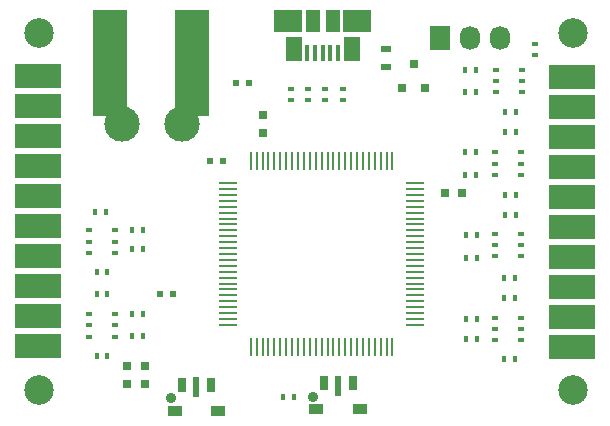
<source format=gts>
G04 #@! TF.FileFunction,Soldermask,Top*
%FSLAX46Y46*%
G04 Gerber Fmt 4.6, Leading zero omitted, Abs format (unit mm)*
G04 Created by KiCad (PCBNEW (2015-01-16 BZR 5376)-product) date 31.05.2015 18:22:37*
%MOMM*%
G01*
G04 APERTURE LIST*
%ADD10C,0.100000*%
%ADD11R,0.600000X0.500000*%
%ADD12R,0.280000X1.500000*%
%ADD13R,1.500000X0.280000*%
%ADD14R,0.400000X0.600000*%
%ADD15R,0.600000X0.400000*%
%ADD16C,2.500000*%
%ADD17R,4.000000X2.000000*%
%ADD18C,3.000000*%
%ADD19R,3.000000X9.000000*%
%ADD20R,1.727200X2.032000*%
%ADD21O,1.727200X2.032000*%
%ADD22R,0.900000X0.500000*%
%ADD23R,0.797560X0.797560*%
%ADD24R,0.800100X0.800100*%
%ADD25R,0.600000X1.800000*%
%ADD26R,0.750000X1.300000*%
%ADD27R,1.300000X0.900000*%
%ADD28C,0.900000*%
%ADD29R,1.175000X1.900000*%
%ADD30R,2.375000X1.900000*%
%ADD31R,1.475000X2.100000*%
%ADD32R,0.450000X1.380000*%
%ADD33R,0.750000X0.800000*%
%ADD34R,0.800000X0.750000*%
G04 APERTURE END LIST*
D10*
D11*
X103350000Y-83600000D03*
X104450000Y-83600000D03*
D12*
X104600000Y-106000000D03*
X105100000Y-106000000D03*
X105600000Y-106000000D03*
X106100000Y-106000000D03*
X106600000Y-106000000D03*
X107100000Y-106000000D03*
X107600000Y-106000000D03*
X108100000Y-106000000D03*
X108600000Y-106000000D03*
X109100000Y-106000000D03*
X109600000Y-106000000D03*
X110100000Y-106000000D03*
X110600000Y-106000000D03*
X111100000Y-106000000D03*
X111600000Y-106000000D03*
X112100000Y-106000000D03*
X112600000Y-106000000D03*
X113100000Y-106000000D03*
X113600000Y-106000000D03*
X114100000Y-106000000D03*
X114600000Y-106000000D03*
X115100000Y-106000000D03*
X115600000Y-106000000D03*
X116100000Y-106000000D03*
X116600000Y-106000000D03*
D13*
X118500000Y-104100000D03*
X118500000Y-103600000D03*
X118500000Y-103100000D03*
X118500000Y-102600000D03*
X118500000Y-102100000D03*
X118500000Y-101600000D03*
X118500000Y-101100000D03*
X118500000Y-100600000D03*
X118500000Y-100100000D03*
X118500000Y-99600000D03*
X118500000Y-99100000D03*
X118500000Y-98600000D03*
X118500000Y-98100000D03*
X118500000Y-97600000D03*
X118500000Y-97100000D03*
X118500000Y-96600000D03*
X118500000Y-96100000D03*
X118500000Y-95600000D03*
X118500000Y-95100000D03*
X118500000Y-94600000D03*
X118500000Y-94100000D03*
X118500000Y-93600000D03*
X118500000Y-93100000D03*
X118500000Y-92600000D03*
X118500000Y-92100000D03*
D12*
X116600000Y-90200000D03*
X116100000Y-90200000D03*
X115600000Y-90200000D03*
X115100000Y-90200000D03*
X114600000Y-90200000D03*
X114100000Y-90200000D03*
X113600000Y-90200000D03*
X113100000Y-90200000D03*
X112600000Y-90200000D03*
X112100000Y-90200000D03*
X111600000Y-90200000D03*
X111100000Y-90200000D03*
X110600000Y-90200000D03*
X110100000Y-90200000D03*
X109600000Y-90200000D03*
X109100000Y-90200000D03*
X108600000Y-90200000D03*
X108100000Y-90200000D03*
X107600000Y-90200000D03*
X107100000Y-90200000D03*
X106600000Y-90200000D03*
X106100000Y-90200000D03*
X105600000Y-90200000D03*
X105100000Y-90200000D03*
X104600000Y-90200000D03*
D13*
X102700000Y-92100000D03*
X102700000Y-92600000D03*
X102700000Y-93100000D03*
X102700000Y-93600000D03*
X102700000Y-94100000D03*
X102700000Y-94600000D03*
X102700000Y-95100000D03*
X102700000Y-95600000D03*
X102700000Y-96100000D03*
X102700000Y-96600000D03*
X102700000Y-97100000D03*
X102700000Y-97600000D03*
X102700000Y-98100000D03*
X102700000Y-98600000D03*
X102700000Y-99100000D03*
X102700000Y-99600000D03*
X102700000Y-100100000D03*
X102700000Y-100600000D03*
X102700000Y-101100000D03*
X102700000Y-101600000D03*
X102700000Y-102100000D03*
X102700000Y-102600000D03*
X102700000Y-103100000D03*
X102700000Y-103600000D03*
X102700000Y-104100000D03*
D14*
X107350000Y-110200000D03*
X108250000Y-110200000D03*
X126050000Y-101800000D03*
X126950000Y-101800000D03*
X126050000Y-107000000D03*
X126950000Y-107000000D03*
X126150000Y-94800000D03*
X127050000Y-94800000D03*
X126050000Y-100100000D03*
X126950000Y-100100000D03*
X126150000Y-87800000D03*
X127050000Y-87800000D03*
X126150000Y-93100000D03*
X127050000Y-93100000D03*
D15*
X128700000Y-81250000D03*
X128700000Y-80350000D03*
D14*
X126150000Y-86100000D03*
X127050000Y-86100000D03*
D11*
X102250000Y-90200000D03*
X101150000Y-90200000D03*
X98050000Y-101500000D03*
X96950000Y-101500000D03*
D15*
X109470000Y-85050000D03*
X109470000Y-84150000D03*
X107990000Y-85050000D03*
X107990000Y-84150000D03*
X110920000Y-85050000D03*
X110920000Y-84150000D03*
X112430000Y-84160000D03*
X112430000Y-85060000D03*
D14*
X95450000Y-103200000D03*
X94550000Y-103200000D03*
X95450000Y-105000000D03*
X94550000Y-105000000D03*
X122850000Y-105300000D03*
X123750000Y-105300000D03*
X122850000Y-103600000D03*
X123750000Y-103600000D03*
X122850000Y-98400000D03*
X123750000Y-98400000D03*
X122850000Y-96500000D03*
X123750000Y-96500000D03*
X123650000Y-91400000D03*
X122750000Y-91400000D03*
X123650000Y-89500000D03*
X122750000Y-89500000D03*
X123650000Y-84400000D03*
X122750000Y-84400000D03*
X123650000Y-82500000D03*
X122750000Y-82500000D03*
X94550000Y-96100000D03*
X95450000Y-96100000D03*
X94550000Y-97700000D03*
X95450000Y-97700000D03*
D15*
X125300000Y-103500000D03*
X125300000Y-104450000D03*
X125300000Y-105400000D03*
X127500000Y-105400000D03*
X127500000Y-104450000D03*
X127500000Y-103500000D03*
X125300000Y-96400000D03*
X125300000Y-97350000D03*
X125300000Y-98300000D03*
X127500000Y-98300000D03*
X127500000Y-97350000D03*
X127500000Y-96400000D03*
X125300000Y-89500000D03*
X125300000Y-90450000D03*
X125300000Y-91400000D03*
X127500000Y-91400000D03*
X127500000Y-90450000D03*
X127500000Y-89500000D03*
X125400000Y-82500000D03*
X125400000Y-83450000D03*
X125400000Y-84400000D03*
X127600000Y-84400000D03*
X127600000Y-83450000D03*
X127600000Y-82500000D03*
X93100000Y-105100000D03*
X93100000Y-104150000D03*
X93100000Y-103200000D03*
X90900000Y-103200000D03*
X90900000Y-104150000D03*
X90900000Y-105100000D03*
X93100000Y-98000000D03*
X93100000Y-97050000D03*
X93100000Y-96100000D03*
X90900000Y-96100000D03*
X90900000Y-97050000D03*
X90900000Y-98000000D03*
D14*
X92450000Y-106700000D03*
X91550000Y-106700000D03*
X92450000Y-101500000D03*
X91550000Y-101500000D03*
X92450000Y-99600000D03*
X91550000Y-99600000D03*
X92350000Y-94500000D03*
X91450000Y-94500000D03*
D16*
X131900000Y-79400000D03*
D17*
X86600000Y-83000000D03*
X86600000Y-85540000D03*
X86600000Y-88080000D03*
X86600000Y-90620000D03*
X86600000Y-93160000D03*
X86600000Y-95700000D03*
X86600000Y-98240000D03*
X86600000Y-100780000D03*
X86600000Y-103320000D03*
X86600000Y-105860000D03*
X131800000Y-106000000D03*
X131800000Y-103460000D03*
X131800000Y-100920000D03*
X131800000Y-98380000D03*
X131800000Y-95840000D03*
X131800000Y-93300000D03*
X131800000Y-90760000D03*
X131800000Y-88220000D03*
X131800000Y-85680000D03*
X131800000Y-83140000D03*
D16*
X131900000Y-109600000D03*
X86700000Y-109600000D03*
X86700000Y-79400000D03*
D18*
X93660000Y-87100000D03*
X98740000Y-87100000D03*
D19*
X92660000Y-81900000D03*
X99660000Y-81900000D03*
D20*
X120600000Y-79800000D03*
D21*
X123140000Y-79800000D03*
X125680000Y-79800000D03*
D22*
X116080000Y-80750000D03*
X116080000Y-82250000D03*
D23*
X95649300Y-109100000D03*
X94150700Y-109100000D03*
X95649300Y-107600000D03*
X94150700Y-107600000D03*
D24*
X117430000Y-84010760D03*
X119330000Y-84010760D03*
X118380000Y-82011780D03*
D25*
X112000000Y-109300000D03*
D26*
X113225000Y-109050000D03*
X110775000Y-109050000D03*
D27*
X113850000Y-111250000D03*
X110150000Y-111250000D03*
D28*
X109875000Y-110200000D03*
D25*
X100000000Y-109400000D03*
D26*
X101225000Y-109150000D03*
X98775000Y-109150000D03*
D27*
X101850000Y-111350000D03*
X98150000Y-111350000D03*
D28*
X97875000Y-110300000D03*
D29*
X109862500Y-78400000D03*
X111537500Y-78400000D03*
D30*
X113612500Y-78400000D03*
X107787500Y-78400000D03*
D31*
X113162500Y-80700000D03*
X108237500Y-80700000D03*
D32*
X109400000Y-81060000D03*
X110050000Y-81060000D03*
X110700000Y-81060000D03*
X111350000Y-81060000D03*
X112000000Y-81060000D03*
D33*
X105650000Y-87870000D03*
X105650000Y-86370000D03*
D34*
X121020000Y-92940000D03*
X122520000Y-92940000D03*
M02*

</source>
